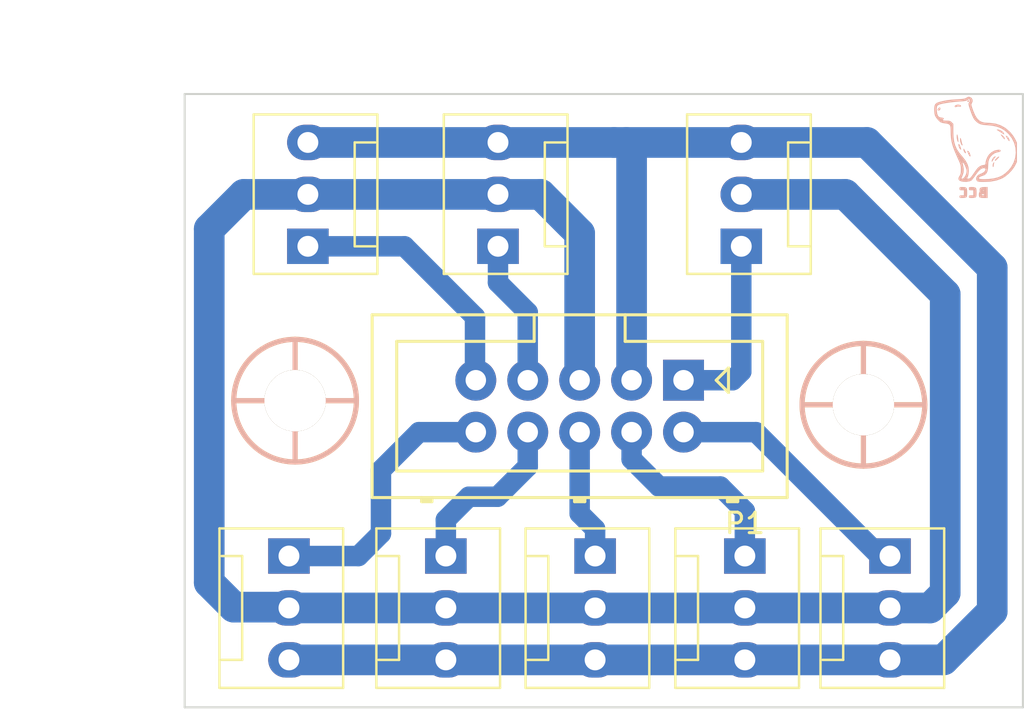
<source format=kicad_pcb>
(kicad_pcb (version 20221018) (generator pcbnew)
  (layers (0 "F.Cu" signal) (31 "B.Cu" signal) (34 "B.Paste" user) (35 "F.Paste" user) (36 "B.SilkS" user "B.Silkscreen") (37 "F.SilkS" user "F.Silkscreen") (38 "B.Mask" user) (39 "F.Mask" user) (44 "Edge.Cuts" user))
  (net 0 "")
  (net 1 "/Qre 1")
  (net 2 "/Qre 2")
  (net 3 "/Qre 3")
  (net 4 "/Qsh 5")
  (net 5 "/Qsh 6")
  (net 6 "/Qsh 7")
  (net 7 "/Qsh 8")
  (net 8 "/Qsh 4")
  (net 9 "GND")
  (net 10 "VCC")
  (footprint "Connector:FanPinHeader_1x03_P2.54mm_Vertical" (layer "F.Cu") (at 127.225 27.45 90)
    (fp_text reference "QRE1" hide)
    (fp_text value "CONN_01X03" hide)
    (fp_line (start -1.35 -2.65) (end 6.45 -2.65) (stroke (width 0.12)) (layer "F.SilkS"))
    (fp_line (start -1.35 3.4) (end -1.35 -2.65) (stroke (width 0.12)) (layer "F.SilkS"))
    (fp_line (start 0 2.29) (end 5.08 2.29) (stroke (width 0.12)) (layer "F.SilkS"))
    (fp_line (start 0 3.3) (end 0 2.29) (stroke (width 0.12)) (layer "F.SilkS"))
    (fp_line (start 5.08 2.29) (end 5.08 3.3) (stroke (width 0.12)) (layer "F.SilkS"))
    (fp_line (start 6.45 -2.65) (end 6.45 3.4) (stroke (width 0.12)) (layer "F.SilkS"))
    (fp_line (start 6.45 3.4) (end -1.35 3.4) (stroke (width 0.12)) (layer "F.SilkS"))
    (pad "1" thru_hole rect (at 0 0 180) (size 2.03 1.73) (drill 1.02) (layers "*.Cu" "*.Mask") (net 1 "/Qre 1"))
    (pad "2" thru_hole oval (at 2.54 0 180) (size 2.03 1.73) (drill 1.02) (layers "*.Cu" "*.Mask") (net 9 "GND"))
    (pad "3" thru_hole oval (at 5.08 0 180) (size 2.03 1.73) (drill 1.02) (layers "*.Cu" "*.Mask") (net 10 "VCC"))
  )
  (footprint "EESTN5:Tornillo_M3_8mm" (layer "F.Cu") (at 133.2 35.2)
    (fp_text reference "H2" hide)
    (fp_text value "Mounting_Hole" hide)
    (fp_line (start -3 0) (end 3 0) (stroke (width 0.254)) (layer "B.SilkS"))
    (fp_line (start 0 -3) (end 0 3) (stroke (width 0.254)) (layer "B.SilkS"))
    (fp_circle (center 0 0) (end 3 0) (stroke (width 0.254)) (fill none) (layer "B.SilkS"))
    (fp_line (start -3 0) (end 3 0) (stroke (width 0.254)) (layer "F.SilkS"))
    (fp_line (start 0 -3) (end 0 3) (stroke (width 0.254)) (layer "F.SilkS"))
    (fp_circle (center 0 0) (end 3 0) (stroke (width 0.254)) (fill none) (layer "F.SilkS"))
    (pad "1" thru_hole circle (at 0 0) (size 3 3) (drill 3) (layers "*.Cu" "F.SilkS"))
  )
  (footprint "Connector:FanPinHeader_1x03_P2.54mm_Vertical" (layer "F.Cu") (at 106.025 27.45 90)
    (fp_text reference "QSH7" hide)
    (fp_text value "CONN_01X03" hide)
    (fp_line (start -1.35 -2.65) (end 6.45 -2.65) (stroke (width 0.12)) (layer "F.SilkS"))
    (fp_line (start -1.35 3.4) (end -1.35 -2.65) (stroke (width 0.12)) (layer "F.SilkS"))
    (fp_line (start 0 2.29) (end 5.08 2.29) (stroke (width 0.12)) (layer "F.SilkS"))
    (fp_line (start 0 3.3) (end 0 2.29) (stroke (width 0.12)) (layer "F.SilkS"))
    (fp_line (start 5.08 2.29) (end 5.08 3.3) (stroke (width 0.12)) (layer "F.SilkS"))
    (fp_line (start 6.45 -2.65) (end 6.45 3.4) (stroke (width 0.12)) (layer "F.SilkS"))
    (fp_line (start 6.45 3.4) (end -1.35 3.4) (stroke (width 0.12)) (layer "F.SilkS"))
    (pad "1" thru_hole rect (at 0 0 180) (size 2.03 1.73) (drill 1.02) (layers "*.Cu" "*.Mask") (net 6 "/Qsh 7"))
    (pad "2" thru_hole oval (at 2.54 0 180) (size 2.03 1.73) (drill 1.02) (layers "*.Cu" "*.Mask") (net 9 "GND"))
    (pad "3" thru_hole oval (at 5.08 0 180) (size 2.03 1.73) (drill 1.02) (layers "*.Cu" "*.Mask") (net 10 "VCC"))
  )
  (footprint "EESTN5:Tornillo_M3_8mm" (layer "F.Cu") (at 105.4 35)
    (fp_text reference "H1" hide)
    (fp_text value "Mounting_Hole" hide)
    (fp_line (start -3 0) (end 3 0) (stroke (width 0.254)) (layer "B.SilkS"))
    (fp_line (start 0 -3) (end 0 3) (stroke (width 0.254)) (layer "B.SilkS"))
    (fp_circle (center 0 0) (end 3 0) (stroke (width 0.254)) (fill none) (layer "B.SilkS"))
    (fp_line (start -3 0) (end 3 0) (stroke (width 0.254)) (layer "F.SilkS"))
    (fp_line (start 0 -3) (end 0 3) (stroke (width 0.254)) (layer "F.SilkS"))
    (fp_circle (center 0 0) (end 3 0) (stroke (width 0.254)) (fill none) (layer "F.SilkS"))
    (pad "1" thru_hole circle (at 0 0) (size 3 3) (drill 3) (layers "*.Cu" "F.SilkS"))
  )
  (footprint "Connector:FanPinHeader_1x03_P2.54mm_Vertical" (layer "F.Cu") (at 120.075 42.6 -90)
    (fp_text reference "QSH4" hide)
    (fp_text value "CONN_01X03" hide)
    (fp_line (start -1.35 -2.65) (end 6.45 -2.65) (stroke (width 0.12)) (layer "F.SilkS"))
    (fp_line (start -1.35 3.4) (end -1.35 -2.65) (stroke (width 0.12)) (layer "F.SilkS"))
    (fp_line (start 0 2.29) (end 5.08 2.29) (stroke (width 0.12)) (layer "F.SilkS"))
    (fp_line (start 0 3.3) (end 0 2.29) (stroke (width 0.12)) (layer "F.SilkS"))
    (fp_line (start 5.08 2.29) (end 5.08 3.3) (stroke (width 0.12)) (layer "F.SilkS"))
    (fp_line (start 6.45 -2.65) (end 6.45 3.4) (stroke (width 0.12)) (layer "F.SilkS"))
    (fp_line (start 6.45 3.4) (end -1.35 3.4) (stroke (width 0.12)) (layer "F.SilkS"))
    (pad "1" thru_hole rect (at 0 0) (size 2.03 1.73) (drill 1.02) (layers "*.Cu" "*.Mask") (net 8 "/Qsh 4"))
    (pad "2" thru_hole oval (at 2.54 0) (size 2.03 1.73) (drill 1.02) (layers "*.Cu" "*.Mask") (net 9 "GND"))
    (pad "3" thru_hole oval (at 5.08 0) (size 2.03 1.73) (drill 1.02) (layers "*.Cu" "*.Mask") (net 10 "VCC"))
  )
  (footprint "Connector:FanPinHeader_1x03_P2.54mm_Vertical" (layer "F.Cu") (at 115.325 27.45 90)
    (fp_text reference "QSH8" hide)
    (fp_text value "CONN_01X03" hide)
    (fp_line (start -1.35 -2.65) (end 6.45 -2.65) (stroke (width 0.12)) (layer "F.SilkS"))
    (fp_line (start -1.35 3.4) (end -1.35 -2.65) (stroke (width 0.12)) (layer "F.SilkS"))
    (fp_line (start 0 2.29) (end 5.08 2.29) (stroke (width 0.12)) (layer "F.SilkS"))
    (fp_line (start 0 3.3) (end 0 2.29) (stroke (width 0.12)) (layer "F.SilkS"))
    (fp_line (start 5.08 2.29) (end 5.08 3.3) (stroke (width 0.12)) (layer "F.SilkS"))
    (fp_line (start 6.45 -2.65) (end 6.45 3.4) (stroke (width 0.12)) (layer "F.SilkS"))
    (fp_line (start 6.45 3.4) (end -1.35 3.4) (stroke (width 0.12)) (layer "F.SilkS"))
    (pad "1" thru_hole rect (at 0 0 180) (size 2.03 1.73) (drill 1.02) (layers "*.Cu" "*.Mask") (net 7 "/Qsh 8"))
    (pad "2" thru_hole oval (at 2.54 0 180) (size 2.03 1.73) (drill 1.02) (layers "*.Cu" "*.Mask") (net 9 "GND"))
    (pad "3" thru_hole oval (at 5.08 0 180) (size 2.03 1.73) (drill 1.02) (layers "*.Cu" "*.Mask") (net 10 "VCC"))
  )
  (footprint "Connector:FanPinHeader_1x03_P2.54mm_Vertical" (layer "F.Cu") (at 134.5 42.6 -90)
    (fp_text reference "QRE2" hide)
    (fp_text value "CONN_01X03" hide)
    (fp_line (start -1.35 -2.65) (end 6.45 -2.65) (stroke (width 0.12)) (layer "F.SilkS"))
    (fp_line (start -1.35 3.4) (end -1.35 -2.65) (stroke (width 0.12)) (layer "F.SilkS"))
    (fp_line (start 0 2.29) (end 5.08 2.29) (stroke (width 0.12)) (layer "F.SilkS"))
    (fp_line (start 0 3.3) (end 0 2.29) (stroke (width 0.12)) (layer "F.SilkS"))
    (fp_line (start 5.08 2.29) (end 5.08 3.3) (stroke (width 0.12)) (layer "F.SilkS"))
    (fp_line (start 6.45 -2.65) (end 6.45 3.4) (stroke (width 0.12)) (layer "F.SilkS"))
    (fp_line (start 6.45 3.4) (end -1.35 3.4) (stroke (width 0.12)) (layer "F.SilkS"))
    (pad "1" thru_hole rect (at 0 0) (size 2.03 1.73) (drill 1.02) (layers "*.Cu" "*.Mask") (net 2 "/Qre 2"))
    (pad "2" thru_hole oval (at 2.54 0) (size 2.03 1.73) (drill 1.02) (layers "*.Cu" "*.Mask") (net 9 "GND"))
    (pad "3" thru_hole oval (at 5.08 0) (size 2.03 1.73) (drill 1.02) (layers "*.Cu" "*.Mask") (net 10 "VCC"))
  )
  (footprint "Connector:FanPinHeader_1x03_P2.54mm_Vertical" (layer "F.Cu") (at 105.1 42.6 -90)
    (fp_text reference "QSH6" hide)
    (fp_text value "CONN_01X03" hide)
    (fp_line (start -1.35 -2.65) (end 6.45 -2.65) (stroke (width 0.12)) (layer "F.SilkS"))
    (fp_line (start -1.35 3.4) (end -1.35 -2.65) (stroke (width 0.12)) (layer "F.SilkS"))
    (fp_line (start 0 2.29) (end 5.08 2.29) (stroke (width 0.12)) (layer "F.SilkS"))
    (fp_line (start 0 3.3) (end 0 2.29) (stroke (width 0.12)) (layer "F.SilkS"))
    (fp_line (start 5.08 2.29) (end 5.08 3.3) (stroke (width 0.12)) (layer "F.SilkS"))
    (fp_line (start 6.45 -2.65) (end 6.45 3.4) (stroke (width 0.12)) (layer "F.SilkS"))
    (fp_line (start 6.45 3.4) (end -1.35 3.4) (stroke (width 0.12)) (layer "F.SilkS"))
    (pad "1" thru_hole rect (at 0 0) (size 2.03 1.73) (drill 1.02) (layers "*.Cu" "*.Mask") (net 5 "/Qsh 6"))
    (pad "2" thru_hole oval (at 2.54 0) (size 2.03 1.73) (drill 1.02) (layers "*.Cu" "*.Mask") (net 9 "GND"))
    (pad "3" thru_hole oval (at 5.08 0) (size 2.03 1.73) (drill 1.02) (layers "*.Cu" "*.Mask") (net 10 "VCC"))
  )
  (footprint "EESTN5:Header_2x05x2.54mm_Vertical" (layer "F.Cu") (at 119.32 35.27 180)
    (fp_text reference "P1" (at -8.08 -5.73 180) (layer "F.SilkS"))
    (fp_text value "CONN_02X05" hide)
    (fp_line (start -10.15 -4.47) (end 10.15 -4.47) (stroke (width 0.15)) (layer "F.SilkS"))
    (fp_line (start -10.15 4.47) (end -10.15 -4.47) (stroke (width 0.15)) (layer "F.SilkS"))
    (fp_line (start -8.95 -3.17) (end 8.95 -3.17) (stroke (width 0.15)) (layer "F.SilkS"))
    (fp_line (start -8.95 3.17) (end -8.95 -3.17) (stroke (width 0.15)) (layer "F.SilkS"))
    (fp_line (start -7.73 -4.67) (end -7.23 -4.67) (stroke (width 0.15)) (layer "F.SilkS"))
    (fp_line (start -7.73 -4.57) (end -7.23 -4.57) (stroke (width 0.15)) (layer "F.SilkS"))
    (fp_line (start -7.73 -4.47) (end -7.73 -4.67) (stroke (width 0.15)) (layer "F.SilkS"))
    (fp_line (start -7.28 0.67) (end -6.68 1.27) (stroke (width 0.15)) (layer "F.SilkS"))
    (fp_line (start -7.28 1.87) (end -7.28 0.67) (stroke (width 0.15)) (layer "F.SilkS"))
    (fp_line (start -7.23 -4.67) (end -7.23 -4.47) (stroke (width 0.15)) (layer "F.SilkS"))
    (fp_line (start -6.68 1.27) (end -7.28 1.87) (stroke (width 0.15)) (layer "F.SilkS"))
    (fp_line (start -2.225 3.17) (end -8.95 3.17) (stroke (width 0.15)) (layer "F.SilkS"))
    (fp_line (start -2.225 4.47) (end -2.225 3.17) (stroke (width 0.15)) (layer "F.SilkS"))
    (fp_line (start -0.25 -4.67) (end 0.25 -4.67) (stroke (width 0.15)) (layer "F.SilkS"))
    (fp_line (start -0.25 -4.57) (end 0.25 -4.57) (stroke (width 0.15)) (layer "F.SilkS"))
    (fp_line (start -0.25 -4.47) (end -0.25 -4.67) (stroke (width 0.15)) (layer "F.SilkS"))
    (fp_line (start 0.25 -4.67) (end 0.25 -4.47) (stroke (width 0.15)) (layer "F.SilkS"))
    (fp_line (start 2.225 3.17) (end 2.225 4.47) (stroke (width 0.15)) (layer "F.SilkS"))
    (fp_line (start 7.23 -4.67) (end 7.73 -4.67) (stroke (width 0.15)) (layer "F.SilkS"))
    (fp_line (start 7.23 -4.57) (end 7.73 -4.57) (stroke (width 0.15)) (layer "F.SilkS"))
    (fp_line (start 7.23 -4.47) (end 7.23 -4.67) (stroke (width 0.15)) (layer "F.SilkS"))
    (fp_line (start 7.73 -4.67) (end 7.73 -4.47) (stroke (width 0.15)) (layer "F.SilkS"))
    (fp_line (start 8.95 -3.17) (end 8.95 3.17) (stroke (width 0.15)) (layer "F.SilkS"))
    (fp_line (start 8.95 3.17) (end 2.225 3.17) (stroke (width 0.15)) (layer "F.SilkS"))
    (fp_line (start 10.15 -4.47) (end 10.15 4.47) (stroke (width 0.15)) (layer "F.SilkS"))
    (fp_line (start 10.15 4.47) (end -10.15 4.47) (stroke (width 0.15)) (layer "F.SilkS"))
    (pad "1" thru_hole rect (at -5.08 1.27 180) (size 2 2) (drill 1) (layers "*.Cu" "*.Mask") (net 1 "/Qre 1"))
    (pad "2" thru_hole circle (at -5.08 -1.27 180) (size 2 2) (drill 1) (layers "*.Cu" "*.Mask") (net 2 "/Qre 2"))
    (pad "3" thru_hole circle (at -2.54 1.27 180) (size 2 2) (drill 1) (layers "*.Cu" "*.Mask") (net 10 "VCC"))
    (pad "4" thru_hole circle (at -2.54 -1.27 180) (size 2 2) (drill 1) (layers "*.Cu" "*.Mask") (net 3 "/Qre 3"))
    (pad "5" thru_hole circle (at 0 1.27 180) (size 2 2) (drill 1) (layers "*.Cu" "*.Mask") (net 9 "GND"))
    (pad "6" thru_hole circle (at 0 -1.27 180) (size 2 2) (drill 1) (layers "*.Cu" "*.Mask") (net 8 "/Qsh 4"))
    (pad "7" thru_hole circle (at 2.54 1.27 180) (size 2 2) (drill 1) (layers "*.Cu" "*.Mask") (net 7 "/Qsh 8"))
    (pad "8" thru_hole circle (at 2.54 -1.27 180) (size 2 2) (drill 1) (layers "*.Cu" "*.Mask") (net 4 "/Qsh 5"))
    (pad "9" thru_hole circle (at 5.08 1.27 180) (size 2 2) (drill 1) (layers "*.Cu" "*.Mask") (net 6 "/Qsh 7"))
    (pad "10" thru_hole circle (at 5.08 -1.27 180) (size 2 2) (drill 1) (layers "*.Cu" "*.Mask") (net 5 "/Qsh 6"))
  )
  (footprint "Connector:FanPinHeader_1x03_P2.54mm_Vertical" (layer "F.Cu") (at 112.775 42.6 -90)
    (fp_text reference "QSH5" hide)
    (fp_text value "CONN_01X03" hide)
    (fp_line (start -1.35 -2.65) (end 6.45 -2.65) (stroke (width 0.12)) (layer "F.SilkS"))
    (fp_line (start -1.35 3.4) (end -1.35 -2.65) (stroke (width 0.12)) (layer "F.SilkS"))
    (fp_line (start 0 2.29) (end 5.08 2.29) (stroke (width 0.12)) (layer "F.SilkS"))
    (fp_line (start 0 3.3) (end 0 2.29) (stroke (width 0.12)) (layer "F.SilkS"))
    (fp_line (start 5.08 2.29) (end 5.08 3.3) (stroke (width 0.12)) (layer "F.SilkS"))
    (fp_line (start 6.45 -2.65) (end 6.45 3.4) (stroke (width 0.12)) (layer "F.SilkS"))
    (fp_line (start 6.45 3.4) (end -1.35 3.4) (stroke (width 0.12)) (layer "F.SilkS"))
    (pad "1" thru_hole rect (at 0 0) (size 2.03 1.73) (drill 1.02) (layers "*.Cu" "*.Mask") (net 4 "/Qsh 5"))
    (pad "2" thru_hole oval (at 2.54 0) (size 2.03 1.73) (drill 1.02) (layers "*.Cu" "*.Mask") (net 9 "GND"))
    (pad "3" thru_hole oval (at 5.08 0) (size 2.03 1.73) (drill 1.02) (layers "*.Cu" "*.Mask") (net 10 "VCC"))
  )
  (footprint "Connector:FanPinHeader_1x03_P2.54mm_Vertical" (layer "F.Cu") (at 127.4 42.6 -90)
    (fp_text reference "QRE3" hide)
    (fp_text value "CONN_01X03" hide)
    (fp_line (start -1.35 -2.65) (end 6.45 -2.65) (stroke (width 0.12)) (layer "F.SilkS"))
    (fp_line (start -1.35 3.4) (end -1.35 -2.65) (stroke (width 0.12)) (layer "F.SilkS"))
    (fp_line (start 0 2.29) (end 5.08 2.29) (stroke (width 0.12)) (layer "F.SilkS"))
    (fp_line (start 0 3.3) (end 0 2.29) (stroke (width 0.12)) (layer "F.SilkS"))
    (fp_line (start 5.08 2.29) (end 5.08 3.3) (stroke (width 0.12)) (layer "F.SilkS"))
    (fp_line (start 6.45 -2.65) (end 6.45 3.4) (stroke (width 0.12)) (layer "F.SilkS"))
    (fp_line (start 6.45 3.4) (end -1.35 3.4) (stroke (width 0.12)) (layer "F.SilkS"))
    (pad "1" thru_hole rect (at 0 0) (size 2.03 1.73) (drill 1.02) (layers "*.Cu" "*.Mask") (net 3 "/Qre 3"))
    (pad "2" thru_hole oval (at 2.54 0) (size 2.03 1.73) (drill 1.02) (layers "*.Cu" "*.Mask") (net 9 "GND"))
    (pad "3" thru_hole oval (at 5.08 0) (size 2.03 1.73) (drill 1.02) (layers "*.Cu" "*.Mask") (net 10 "VCC"))
  )
  (footprint "EEST:bccchikito" (layer "B.Cu") (at 138.6 22.6 180)
    (fp_text reference "G***" hide)
    (fp_text value "LOGO" hide)
    (fp_poly (pts (xy 0.276642 2.294633) (xy 0.311264 2.271772) (xy 0.312532 2.269847) (xy 0.316867 2.22953) (xy 0.288654 2.208749) (xy 0.249298 2.22308) (xy 0.24886 2.223514) (xy 0.220381 2.263281) (xy 0.2164 2.277614) (xy 0.235981 2.297311)) (fill solid) (layer "B.SilkS"))
    (fp_poly (pts (xy 1.711261 1.928126) (xy 1.750692 1.884019) (xy 1.774139 1.836772) (xy 1.772832 1.814058) (xy 1.730239 1.786878) (xy 1.676105 1.802033) (xy 1.650339 1.825534) (xy 1.631453 1.874368) (xy 1.639191 1.923257) (xy 1.669153 1.947471) (xy 1.672062 1.947603)) (fill solid) (layer "B.SilkS"))
    (fp_poly (pts (xy -0.964968 -0.753952) (xy -0.938134 -0.796771) (xy -0.922629 -0.859575) (xy -0.920102 -0.922492) (xy -0.932196 -0.965652) (xy -0.946752 -0.973802) (xy -0.968009 -0.950866) (xy -0.974172 -0.91294) (xy -0.981641 -0.837056) (xy -0.992388 -0.784452) (xy -1.001436 -0.738687) (xy -0.987131 -0.737061)) (fill solid) (layer "B.SilkS"))
    (fp_poly (pts (xy -1.560597 0.566239) (xy -1.568707 0.538969) (xy -1.598988 0.479593) (xy -1.638829 0.41109) (xy -1.686058 0.34058) (xy -1.723217 0.297832) (xy -1.741102 0.291683) (xy -1.747137 0.345844) (xy -1.723528 0.418161) (xy -1.678847 0.488498) (xy -1.642278 0.523832) (xy -1.591031 0.557215) (xy -1.561808 0.567112)) (fill solid) (layer "B.SilkS"))
    (fp_poly (pts (xy -1.322601 0.603593) (xy -1.352393 0.555387) (xy -1.394526 0.500426) (xy -1.449683 0.435084) (xy -1.490072 0.390902) (xy -1.504537 0.3787) (xy -1.513019 0.401364) (xy -1.514803 0.430396) (xy -1.49482 0.477596) (xy -1.446447 0.536429) (xy -1.387051 0.589661) (xy -1.333999 0.620059) (xy -1.321567 0.622151)) (fill solid) (layer "B.SilkS"))
    (fp_poly (pts (xy -1.176789 -0.478751) (xy -1.122689 -0.524352) (xy -1.069524 -0.580002) (xy -1.033944 -0.629052) (xy -1.027902 -0.647121) (xy -1.038741 -0.672585) (xy -1.073515 -0.658089) (xy -1.135613 -0.601877) (xy -1.15639 -0.580486) (xy -1.216768 -0.514066) (xy -1.24083 -0.476873) (xy -1.232146 -0.461581) (xy -1.215172 -0.459851)) (fill solid) (layer "B.SilkS"))
    (fp_poly (pts (xy 0.32154 -0.189653) (xy 0.308369 -0.240409) (xy 0.27012 -0.332685) (xy 0.269234 -0.334688) (xy 0.228381 -0.412688) (xy 0.193136 -0.454824) (xy 0.16929 -0.456297) (xy 0.1623 -0.423313) (xy 0.176238 -0.34573) (xy 0.210619 -0.264248) (xy 0.254288 -0.202518) (xy 0.273345 -0.187828) (xy 0.309808 -0.174198)) (fill solid) (layer "B.SilkS"))
    (fp_poly (pts (xy 0.505283 -0.085946) (xy 0.50841 -0.103002) (xy 0.502054 -0.164279) (xy 0.474268 -0.230846) (xy 0.436104 -0.281885) (xy 0.405127 -0.297551) (xy 0.379305 -0.286052) (xy 0.3787 -0.282948) (xy 0.390261 -0.252413) (xy 0.419609 -0.191459) (xy 0.438699 -0.154461) (xy 0.474913 -0.089496) (xy 0.494819 -0.068348)) (fill solid) (layer "B.SilkS"))
    (fp_poly (pts (xy 0.754168 0.140648) (xy 0.752462 0.087) (xy 0.735685 0.018313) (xy 0.707816 -0.048452) (xy 0.677117 -0.092307) (xy 0.638273 -0.127149) (xy 0.623832 -0.123241) (xy 0.622151 -0.101234) (xy 0.632192 -0.042402) (xy 0.657068 0.031212) (xy 0.688913 0.101524) (xy 0.719857 0.150454) (xy 0.736827 0.1623)) (fill solid) (layer "B.SilkS"))
    (fp_poly (pts (xy -1.0248 -0.45594) (xy -1.006413 -0.462577) (xy -0.958309 -0.501314) (xy -0.912219 -0.568994) (xy -0.879525 -0.644228) (xy -0.871611 -0.705627) (xy -0.873352 -0.712582) (xy -0.890788 -0.713107) (xy -0.92021 -0.674279) (xy -0.926571 -0.662727) (xy -0.976538 -0.583513) (xy -1.028327 -0.518925) (xy -1.070881 -0.46732) (xy -1.069955 -0.446968)) (fill solid) (layer "B.SilkS"))
    (fp_poly (pts (xy 0.833169 0.59431) (xy 0.838515 0.509695) (xy 0.838551 0.500102) (xy 0.831005 0.411421) (xy 0.811738 0.328237) (xy 0.785807 0.266825) (xy 0.758803 0.24345) (xy 0.753831 0.268043) (xy 0.756088 0.333121) (xy 0.765018 0.425633) (xy 0.767428 0.445275) (xy 0.78505 0.551443) (xy 0.803703 0.613077) (xy 0.820654 0.628068)) (fill solid) (layer "B.SilkS"))
    (fp_poly (pts (xy 0.66648 0.448556) (xy 0.675526 0.395214) (xy 0.676251 0.364307) (xy 0.666911 0.279752) (xy 0.643122 0.193987) (xy 0.61123 0.123388) (xy 0.577581 0.084335) (xy 0.566537 0.08115) (xy 0.548388 0.09997) (xy 0.556064 0.128487) (xy 0.573203 0.181502) (xy 0.593968 0.264664) (xy 0.60535 0.317838) (xy 0.628171 0.407757) (xy 0.649621 0.452033)) (fill solid) (layer "B.SilkS"))
    (fp_poly (pts (xy -1.122342 0.860662) (xy -1.119686 0.849035) (xy -1.146802 0.830198) (xy -1.197377 0.797802) (xy -1.27352 0.74837) (xy -1.332108 0.710063) (xy -1.414307 0.657063) (xy -1.461326 0.630167) (xy -1.482646 0.624951) (xy -1.487751 0.636991) (xy -1.487753 0.637454) (xy -1.464109 0.699481) (xy -1.403382 0.763967) (xy -1.320877 0.81988) (xy -1.231902 0.856183) (xy -1.173485 0.864011)) (fill solid) (layer "B.SilkS"))
    (fp_poly (pts (xy 0.853457 2.070556) (xy 0.911092 2.040353) (xy 0.939531 2.002275) (xy 0.935763 1.978757) (xy 0.904162 1.950395) (xy 0.858351 1.962667) (xy 0.838551 1.974621) (xy 0.784813 1.988331) (xy 0.71161 1.984999) (xy 0.710064 1.984721) (xy 0.647632 1.979352) (xy 0.62367 1.996839) (xy 0.622151 2.009324) (xy 0.646851 2.054636) (xy 0.71888 2.078944) (xy 0.781493 2.082854)) (fill solid) (layer "B.SilkS"))
    (fp_poly (pts (xy 0.187155 -1.949315) (xy 0.227658 -1.959923) (xy 0.2418 -1.987639) (xy 0.24345 -2.028754) (xy 0.239177 -2.080788) (xy 0.216023 -2.10392) (xy 0.158484 -2.109777) (xy 0.13525 -2.109905) (xy 0.02705 -2.109905) (xy 0.02705 -2.23163) (xy 0.02705 -2.353355) (xy 0.13525 -2.353355) (xy 0.204961 -2.357046) (xy 0.235946 -2.374456) (xy 0.243412 -2.415091) (xy 0.24345 -2.42098) (xy 0.239395 -2.46036) (xy 0.218208 -2.480341) (xy 0.166359 -2.487286) (xy 0.101437 -2.487783) (xy 0.010699 -2.482214) (xy -0.062902 -2.468928) (xy -0.087913 -2.459389) (xy -0.112515 -2.435368) (xy -0.12705 -2.390833) (xy -0.133838 -2.313936) (xy -0.135251 -2.217712) (xy -0.131617 -2.094732) (xy -0.114917 -2.015953) (xy -0.076452 -1.971654) (xy -0.007524 -1.952114) (xy 0.100565 -1.947609) (xy 0.106422 -1.947604)) (fill solid) (layer "B.SilkS"))
    (fp_poly (pts (xy 0.647005 -1.949315) (xy 0.687509 -1.959923) (xy 0.701651 -1.987639) (xy 0.703301 -2.028754) (xy 0.699028 -2.080788) (xy 0.675874 -2.10392) (xy 0.618335 -2.109777) (xy 0.595101 -2.109905) (xy 0.486901 -2.109905) (xy 0.486901 -2.23163) (xy 0.486901 -2.353355) (xy 0.595101 -2.353355) (xy 0.664812 -2.357046) (xy 0.695797 -2.374456) (xy 0.703262 -2.415091) (xy 0.703301 -2.42098) (xy 0.699246 -2.46036) (xy 0.678059 -2.480341) (xy 0.62621 -2.487286) (xy 0.561288 -2.487783) (xy 0.47055 -2.482214) (xy 0.396949 -2.468928) (xy 0.371938 -2.459389) (xy 0.347335 -2.435368) (xy 0.332801 -2.390833) (xy 0.326013 -2.313936) (xy 0.3246 -2.217712) (xy 0.328234 -2.094732) (xy 0.344934 -2.015953) (xy 0.383399 -1.971654) (xy 0.452327 -1.952114) (xy 0.560416 -1.947609) (xy 0.566272 -1.947604)) (fill solid) (layer "B.SilkS"))
    (fp_poly (pts (xy -0.391568 -1.957445) (xy -0.314441 -1.98862) (xy -0.280982 -2.043605) (xy -0.284195 -2.110676) (xy -0.287274 -2.171568) (xy -0.272085 -2.203601) (xy -0.251651 -2.242708) (xy -0.244275 -2.311214) (xy -0.249609 -2.386107) (xy -0.267304 -2.444373) (xy -0.275911 -2.456145) (xy -0.320503 -2.473849) (xy -0.40433 -2.485351) (xy -0.492311 -2.488605) (xy -0.676252 -2.488605) (xy -0.676252 -2.326305) (xy -0.513951 -2.326305) (xy -0.490802 -2.346639) (xy -0.446326 -2.353355) (xy -0.395491 -2.344095) (xy -0.378701 -2.326305) (xy -0.40185 -2.305971) (xy -0.446326 -2.299255) (xy -0.497162 -2.308514) (xy -0.513951 -2.326305) (xy -0.676252 -2.326305) (xy -0.676252 -2.218105) (xy -0.676252 -2.130487) (xy -0.502219 -2.130487) (xy -0.47563 -2.134819) (xy -0.440546 -2.129846) (xy -0.440127 -2.120612) (xy -0.476331 -2.114155) (xy -0.491973 -2.118476) (xy -0.502219 -2.130487) (xy -0.676252 -2.130487) (xy -0.676252 -1.947604) (xy -0.515884 -1.947604)) (fill solid) (layer "B.SilkS"))
    (fp_poly (pts (xy 0.306229 2.455546) (xy 0.35874 2.4236) (xy 0.401787 2.398276) (xy 0.451416 2.379852) (xy 0.51823 2.366518) (xy 0.612831 2.356464) (xy 0.745822 2.347879) (xy 0.826478 2.343746) (xy 1.09522 2.324831) (xy 1.330088 2.294635) (xy 1.550676 2.250114) (xy 1.720737 2.204854) (xy 1.819016 2.16519) (xy 1.88501 2.107563) (xy 1.923418 2.022867) (xy 1.938943 1.901991) (xy 1.938433 1.783066) (xy 1.927085 1.644103) (xy 1.899759 1.538168) (xy 1.848541 1.444793) (xy 1.770687 1.349235) (xy 1.691338 1.265981) (xy 1.625138 1.214954) (xy 1.552138 1.185591) (xy 1.452388 1.167323) (xy 1.419094 1.163024) (xy 1.301605 1.144685) (xy 1.221962 1.117643) (xy 1.172854 1.072201) (xy 1.146967 0.998662) (xy 1.13699 0.887329) (xy 1.135566 0.787021) (xy 1.131662 0.606265) (xy 1.118978 0.443303) (xy 1.09486 0.288211) (xy 1.056656 0.131066) (xy 1.001712 -0.038057) (xy 0.927374 -0.229081) (xy 0.83099 -0.451931) (xy 0.76604 -0.595102) (xy 0.708864 -0.722411) (xy 0.671358 -0.816888) (xy 0.649416 -0.894295) (xy 0.638931 -0.970397) (xy 0.635797 -1.060956) (xy 0.635676 -1.095528) (xy 0.63826 -1.213156) (xy 0.648224 -1.293293) (xy 0.668889 -1.352394) (xy 0.696539 -1.397254) (xy 0.749574 -1.49704) (xy 0.75226 -1.577055) (xy 0.704621 -1.637254) (xy 0.60668 -1.677596) (xy 0.527832 -1.691755) (xy 0.365818 -1.698684) (xy 0.224216 -1.678986) (xy 0.129066 -1.641441) (xy 0.091985 -1.60634) (xy 0.034424 -1.536948) (xy -0.034747 -1.444422) (xy -0.085637 -1.3714) (xy -0.196443 -1.220382) (xy -0.294533 -1.115919) (xy -0.385201 -1.053556) (xy -0.473743 -1.028834) (xy -0.493664 -1.028004) (xy -0.552085 -1.04248) (xy -0.572174 -1.08018) (xy -0.559114 -1.132188) (xy -0.51809 -1.189585) (xy -0.454287 -1.243455) (xy -0.372889 -1.284882) (xy -0.338078 -1.295593) (xy -0.238575 -1.339415) (xy -0.163812 -1.407855) (xy -0.119471 -1.489452) (xy -0.111237 -1.572744) (xy -0.144794 -1.646271) (xy -0.157668 -1.659386) (xy -0.192368 -1.680838) (xy -0.246134 -1.693868) (xy -0.330107 -1.699905) (xy -0.455433 -1.700376) (xy -0.475506 -1.700101) (xy -0.600336 -1.697402) (xy -0.713195 -1.693514) (xy -0.797462 -1.689074) (xy -0.825027 -1.686695) (xy -1.109505 -1.632322) (xy -1.36737 -1.53939) (xy -1.379553 -1.533686) (xy -1.537514 -1.438555) (xy -1.698179 -1.306675) (xy -1.846918 -1.152543) (xy -1.969102 -0.990659) (xy -2.023949 -0.895094) (xy -2.109904 -0.721711) (xy -2.109904 -0.272588) (xy -2.051646 -0.272588) (xy -2.022132 -0.5162) (xy -1.945317 -0.752463) (xy -1.821206 -0.974667) (xy -1.694642 -1.130664) (xy -1.539073 -1.276151) (xy -1.374261 -1.388158) (xy -1.191487 -1.469893) (xy -0.982036 -1.524562) (xy -0.73719 -1.555371) (xy -0.513951 -1.564934) (xy -0.41016 -1.56333) (xy -0.3249 -1.556183) (xy -0.274961 -1.544983) (xy -0.27224 -1.543501) (xy -0.250148 -1.509345) (xy -0.275246 -1.470978) (xy -0.341522 -1.434015) (xy -0.414397 -1.410653) (xy -0.530169 -1.365359) (xy -0.613583 -1.292488) (xy -0.667964 -1.186047) (xy -0.696638 -1.04004) (xy -0.703302 -0.889814) (xy -0.713594 -0.72158) (xy -0.748644 -0.589282) (xy -0.814714 -0.478012) (xy -0.918063 -0.372867) (xy -0.921789 -0.369665) (xy -1.037631 -0.291828) (xy -1.166779 -0.25255) (xy -1.172935 -0.251542) (xy -1.256934 -0.234316) (xy -1.299142 -0.212867) (xy -1.311811 -0.180499) (xy -1.311928 -0.175572) (xy -1.304613 -0.142529) (xy -1.273495 -0.127599) (xy -1.204811 -0.125258) (xy -1.187759 -0.125735) (xy -1.024613 -0.157517) (xy -0.87034 -0.239845) (xy -0.750321 -0.34808) (xy -0.67576 -0.455333) (xy -0.614531 -0.588434) (xy -0.576185 -0.723545) (xy -0.568051 -0.802887) (xy -0.555779 -0.850786) (xy -0.509155 -0.865437) (xy -0.499558 -0.865602) (xy -0.388024 -0.886656) (xy -0.274417 -0.941732) (xy -0.195477 -1.006549) (xy -0.15375 -1.057683) (xy -0.092085 -1.140295) (xy -0.020475 -1.240797) (xy 0.020923 -1.300824) (xy 0.098431 -1.410459) (xy 0.156567 -1.481017) (xy 0.202928 -1.520321) (xy 0.245111 -1.536191) (xy 0.250213 -1.536888) (xy 0.300309 -1.541114) (xy 0.319618 -1.530378) (xy 0.311774 -1.492584) (xy 0.284025 -1.4243) (xy 0.262242 -1.343814) (xy 0.247588 -1.234791) (xy 0.244313 -1.162346) (xy 0.35165 -1.162346) (xy 0.365843 -1.266997) (xy 0.40322 -1.370744) (xy 0.455982 -1.460093) (xy 0.516329 -1.521547) (xy 0.570999 -1.541853) (xy 0.596292 -1.537557) (xy 0.601367 -1.517085) (xy 0.584827 -1.469063) (xy 0.553546 -1.399841) (xy 0.500353 -1.23829) (xy 0.490289 -1.067465) (xy 0.522643 -0.87487) (xy 0.523521 -0.871467) (xy 0.542533 -0.79179) (xy 0.545591 -0.755366) (xy 0.532744 -0.753765) (xy 0.524175 -0.760141) (xy 0.482836 -0.813197) (xy 0.436661 -0.899495) (xy 0.393908 -0.999786) (xy 0.362834 -1.094821) (xy 0.35165 -1.162346) (xy 0.244313 -1.162346) (xy 0.243471 -1.143734) (xy 0.259451 -0.98075) (xy 0.310137 -0.822742) (xy 0.399714 -0.660814) (xy 0.532365 -0.486073) (xy 0.576978 -0.434559) (xy 0.722001 -0.256817) (xy 0.831932 -0.085814) (xy 0.910774 0.089995) (xy 0.962529 0.282158) (xy 0.991199 0.502219) (xy 1.000788 0.761725) (xy 1.000852 0.78821) (xy 1.000852 1.140263) (xy 1.079921 1.219333) (xy 1.128982 1.262783) (xy 1.178262 1.28661) (xy 1.246439 1.29656) (xy 1.336897 1.298402) (xy 1.444879 1.303672) (xy 1.504299 1.318925) (xy 1.513338 1.343328) (xy 1.486325 1.36691) (xy 1.462559 1.39832) (xy 1.483843 1.426691) (xy 1.54131 1.444538) (xy 1.581434 1.447177) (xy 1.677572 1.466843) (xy 1.746075 1.527795) (xy 1.789083 1.632973) (xy 1.807018 1.756904) (xy 1.812747 1.886317) (xy 1.804052 1.973737) (xy 1.775577 2.030506) (xy 1.721961 2.067967) (xy 1.647436 2.09465) (xy 1.517346 2.126304) (xy 1.34646 2.157498) (xy 1.148063 2.18636) (xy 0.935439 2.211014) (xy 0.721875 2.229588) (xy 0.662726 2.233505) (xy 0.523533 2.243693) (xy 0.427459 2.255628) (xy 0.363524 2.271524) (xy 0.320749 2.293593) (xy 0.306315 2.30536) (xy 0.25553 2.338259) (xy 0.218403 2.341067) (xy 0.191746 2.297528) (xy 0.198339 2.23771) (xy 0.231992 2.189338) (xy 0.253674 2.161987) (xy 0.261877 2.121338) (xy 0.255174 2.059927) (xy 0.232135 1.970288) (xy 0.19133 1.844956) (xy 0.13657 1.69088) (xy 0.076962 1.537276) (xy 0.023142 1.424401) (xy -0.03119 1.340252) (xy -0.0726 1.292319) (xy -0.166479 1.204846) (xy -0.258598 1.144524) (xy -0.363354 1.105775) (xy -0.495142 1.083019) (xy -0.641086 1.071984) (xy -0.914476 1.045162) (xy -1.147601 0.992428) (xy -1.349523 0.91008) (xy -1.529307 0.794421) (xy -1.696016 0.64175) (xy -1.696536 0.641201) (xy -1.856302 0.435269) (xy -1.968738 0.209855) (xy -2.03385 -0.028333) (xy -2.051646 -0.272588) (xy -2.109904 -0.272588) (xy -2.109904 -0.250341) (xy -2.109904 0.221029) (xy -2.021992 0.401303) (xy -1.925495 0.560982) (xy -1.794067 0.722612) (xy -1.757928 0.760525) (xy -1.548415 0.939804) (xy -1.319748 1.069941) (xy -1.068293 1.15242) (xy -0.790411 1.188729) (xy -0.704381 1.190834) (xy -0.526829 1.202807) (xy -0.380312 1.241176) (xy -0.258594 1.311213) (xy -0.155436 1.418192) (xy -0.064599 1.567386) (xy 0.020154 1.764069) (xy 0.041002 1.820938) (xy 0.08311 1.941609) (xy 0.107848 2.02291) (xy 0.117078 2.07604) (xy 0.112666 2.112194) (xy 0.096477 2.14257) (xy 0.094932 2.144795) (xy 0.055487 2.24025) (xy 0.062892 2.334015) (xy 0.113054 2.412313) (xy 0.187655 2.45691) (xy 0.250105 2.470386)) (fill solid) (layer "B.SilkS"))
  )
  (gr_line (start 100 20) (end 100 50) (stroke (width 0.1)) (layer "Edge.Cuts"))
  (gr_line (start 100 50) (end 141 50) (stroke (width 0.1)) (layer "Edge.Cuts"))
  (gr_line (start 100 20) (end 141 20) (stroke (width 0.1)) (layer "Edge.Cuts"))
  (gr_line (start 141 20) (end 141 50) (stroke (width 0.1)) (layer "Edge.Cuts"))
  (segment (start 124 34) (end 124.4 34) (width 1) (layer "B.Cu") (net 1))
  (segment (start 126.8 34) (end 127.225 33.575) (width 1) (layer "B.Cu") (net 1))
  (segment (start 127.225 33.575) (end 127.225 27.45) (width 1) (layer "B.Cu") (net 1))
  (segment (start 124.4 34) (end 126.8 34) (width 1) (layer "B.Cu") (net 1))
  (segment (start 127.94 36.54) (end 134 42.6) (width 1) (layer "B.Cu") (net 2))
  (segment (start 124.4 36.54) (end 127.94 36.54) (width 1) (layer "B.Cu") (net 2))
  (segment (start 134 42.6) (end 134.5 42.6) (width 1) (layer "B.Cu") (net 2))
  (segment (start 126.2 39.2) (end 127.4 40.4) (width 1) (layer "B.Cu") (net 3))
  (segment (start 121.86 37.86) (end 123.2 39.2) (width 1) (layer "B.Cu") (net 3))
  (segment (start 123.2 39.2) (end 126.2 39.2) (width 1) (layer "B.Cu") (net 3))
  (segment (start 121.86 36.54) (end 121.86 37.86) (width 1) (layer "B.Cu") (net 3))
  (segment (start 127.4 40.4) (end 127.4 42.6) (width 1) (layer "B.Cu") (net 3))
  (segment (start 113.9 39.7) (end 112.775 40.825) (width 1) (layer "B.Cu") (net 4))
  (segment (start 116.78 38.22) (end 115.3 39.7) (width 1) (layer "B.Cu") (net 4))
  (segment (start 115.3 39.7) (end 113.9 39.7) (width 1) (layer "B.Cu") (net 4))
  (segment (start 112.775 40.825) (end 112.775 42.6) (width 1) (layer "B.Cu") (net 4))
  (segment (start 116.78 36.54) (end 116.78 38.22) (width 1) (layer "B.Cu") (net 4))
  (segment (start 109.6 38.4) (end 111.46 36.54) (width 1) (layer "B.Cu") (net 5))
  (segment (start 109.6 41.5) (end 109.6 38.4) (width 1) (layer "B.Cu") (net 5))
  (segment (start 111.46 36.54) (end 114.24 36.54) (width 1) (layer "B.Cu") (net 5))
  (segment (start 108.5 42.6) (end 109.6 41.5) (width 1) (layer "B.Cu") (net 5))
  (segment (start 105.1 42.6) (end 108.5 42.6) (width 1) (layer "B.Cu") (net 5))
  (segment (start 114.2 33.96) (end 114.24 34) (width 1) (layer "B.Cu") (net 6))
  (segment (start 114.2 30.9) (end 114.2 33.96) (width 1) (layer "B.Cu") (net 6))
  (segment (start 106.025 27.45) (end 110.75 27.45) (width 1) (layer "B.Cu") (net 6))
  (segment (start 110.75 27.45) (end 114.2 30.9) (width 1) (layer "B.Cu") (net 6))
  (segment (start 115.325 27.45) (end 115.325 29.225) (width 1) (layer "B.Cu") (net 7))
  (segment (start 116.78 30.68) (end 116.78 34) (width 1) (layer "B.Cu") (net 7))
  (segment (start 115.325 29.225) (end 116.78 30.68) (width 1) (layer "B.Cu") (net 7))
  (segment (start 120.075 41.275) (end 120.075 42.6) (width 1) (layer "B.Cu") (net 8))
  (segment (start 119.32 36.54) (end 118.92 36.54) (width 1) (layer "B.Cu") (net 8))
  (segment (start 119.32 40.52) (end 120.075 41.275) (width 1) (layer "B.Cu") (net 8))
  (segment (start 119.32 36.54) (end 119.32 40.52) (width 1) (layer "B.Cu") (net 8))
  (segment (start 119.32 33.86) (end 119.32 26.82) (width 1.5) (layer "B.Cu") (net 9))
  (segment (start 106.025 24.91) (end 115.325 24.91) (width 1.5) (layer "B.Cu") (net 9))
  (segment (start 105.1 45.14) (end 134.5 45.14) (width 1.5) (layer "B.Cu") (net 9))
  (segment (start 136.46 45.14) (end 134.5 45.14) (width 1.5) (layer "B.Cu") (net 9))
  (segment (start 137.2 29.8) (end 137.2 44.4) (width 1.5) (layer "B.Cu") (net 9))
  (segment (start 137.2 44.4) (end 136.46 45.14) (width 1.5) (layer "B.Cu") (net 9))
  (segment (start 102.4 45.1) (end 105.06 45.1) (width 1.5) (layer "B.Cu") (net 9))
  (segment (start 127.225 24.91) (end 132.31 24.91) (width 1.5) (layer "B.Cu") (net 9))
  (segment (start 132.31 24.91) (end 137.2 29.8) (width 1.5) (layer "B.Cu") (net 9))
  (segment (start 105.06 45.1) (end 105.1 45.14) (width 1.5) (layer "B.Cu") (net 9))
  (segment (start 101.2 43.9) (end 101.2 26.6) (width 1.5) (layer "B.Cu") (net 9))
  (segment (start 102.89 24.91) (end 101.2 26.6) (width 1.5) (layer "B.Cu") (net 9))
  (segment (start 101.2 43.9) (end 102.4 45.1) (width 1.5) (layer "B.Cu") (net 9))
  (segment (start 118.9 26.4) (end 117.41 24.91) (width 1.5) (layer "B.Cu") (net 9))
  (segment (start 117.41 24.91) (end 115.325 24.91) (width 1.5) (layer "B.Cu") (net 9))
  (segment (start 106.025 24.91) (end 102.89 24.91) (width 1.5) (layer "B.Cu") (net 9))
  (segment (start 119.32 26.82) (end 118.25 25.75) (width 1.5) (layer "B.Cu") (net 9))
  (segment (start 139.5 45.3) (end 139.5 28.5) (width 1.5) (layer "B.Cu") (net 10))
  (segment (start 121.46 22.51) (end 121.6 22.37) (width 1) (layer "B.Cu") (net 10))
  (segment (start 139.5 28.5) (end 133.37 22.37) (width 1.5) (layer "B.Cu") (net 10))
  (segment (start 134.5 47.68) (end 137.12 47.68) (width 1.5) (layer "B.Cu") (net 10))
  (segment (start 105.1 47.68) (end 134.5 47.68) (width 1.5) (layer "B.Cu") (net 10))
  (segment (start 121.86 22.63) (end 121.6 22.37) (width 1.5) (layer "B.Cu") (net 10))
  (segment (start 121 22.37) (end 115.325 22.37) (width 1.5) (layer "B.Cu") (net 10))
  (segment (start 106.025 22.37) (end 115.325 22.37) (width 1.5) (layer "B.Cu") (net 10))
  (segment (start 137.12 47.68) (end 139.5 45.3) (width 1.5) (layer "B.Cu") (net 10))
  (segment (start 121.86 34) (end 121.86 22.63) (width 1.5) (layer "B.Cu") (net 10))
  (segment (start 127.225 22.37) (end 121 22.37) (width 1.5) (layer "B.Cu") (net 10))
  (segment (start 133.37 22.37) (end 127.225 22.37) (width 1.5) (layer "B.Cu") (net 10))
)
</source>
